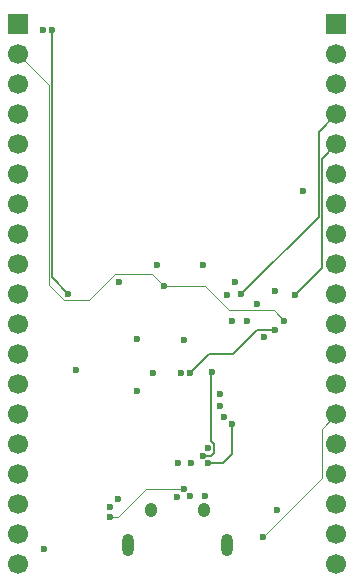
<source format=gbr>
%TF.GenerationSoftware,KiCad,Pcbnew,9.0.5*%
%TF.CreationDate,2025-10-26T01:34:21+08:00*%
%TF.ProjectId,KiCAD_Proj (ESP32),4b694341-445f-4507-926f-6a2028455350,rev?*%
%TF.SameCoordinates,Original*%
%TF.FileFunction,Copper,L2,Inr*%
%TF.FilePolarity,Positive*%
%FSLAX46Y46*%
G04 Gerber Fmt 4.6, Leading zero omitted, Abs format (unit mm)*
G04 Created by KiCad (PCBNEW 9.0.5) date 2025-10-26 01:34:21*
%MOMM*%
%LPD*%
G01*
G04 APERTURE LIST*
%TA.AperFunction,ComponentPad*%
%ADD10R,1.700000X1.700000*%
%TD*%
%TA.AperFunction,ComponentPad*%
%ADD11C,1.700000*%
%TD*%
%TA.AperFunction,HeatsinkPad*%
%ADD12O,1.000000X1.900000*%
%TD*%
%TA.AperFunction,HeatsinkPad*%
%ADD13O,1.050000X1.250000*%
%TD*%
%TA.AperFunction,ViaPad*%
%ADD14C,0.600000*%
%TD*%
%TA.AperFunction,Conductor*%
%ADD15C,0.100000*%
%TD*%
%TA.AperFunction,Conductor*%
%ADD16C,0.200000*%
%TD*%
%TA.AperFunction,Conductor*%
%ADD17C,0.150000*%
%TD*%
G04 APERTURE END LIST*
D10*
%TO.N,/VDD33*%
%TO.C,J2*%
X133837000Y-74930000D03*
D11*
%TO.N,/EN*%
X133837000Y-77470000D03*
%TO.N,/SENSOR_VP*%
X133837000Y-80010000D03*
%TO.N,/SENSOR_VN*%
X133837000Y-82550000D03*
%TO.N,/IO34*%
X133837000Y-85090000D03*
%TO.N,/IO35*%
X133837000Y-87630000D03*
%TO.N,/IO32*%
X133837000Y-90170000D03*
%TO.N,/IO33*%
X133837000Y-92710000D03*
%TO.N,/IO25*%
X133837000Y-95250000D03*
%TO.N,/IO26*%
X133837000Y-97790000D03*
%TO.N,/IO27*%
X133837000Y-100330000D03*
%TO.N,/IO14*%
X133837000Y-102870000D03*
%TO.N,/IO12*%
X133837000Y-105410000D03*
%TO.N,GND*%
X133837000Y-107950000D03*
%TO.N,/IO13*%
X133837000Y-110490000D03*
%TO.N,/SD2*%
X133837000Y-113030000D03*
%TO.N,/SD3*%
X133837000Y-115570000D03*
%TO.N,/CMD*%
X133837000Y-118110000D03*
%TO.N,/EXT_5V*%
X133837000Y-120650000D03*
%TD*%
D10*
%TO.N,GND*%
%TO.C,J3*%
X160761000Y-74930000D03*
D11*
%TO.N,/IO23*%
X160761000Y-77470000D03*
%TO.N,/IO22*%
X160761000Y-80010000D03*
%TO.N,/TXD0*%
X160761000Y-82550000D03*
%TO.N,/RXD0*%
X160761000Y-85090000D03*
%TO.N,/IO21*%
X160761000Y-87630000D03*
%TO.N,GND*%
X160761000Y-90170000D03*
%TO.N,/IO19*%
X160761000Y-92710000D03*
%TO.N,/IO18*%
X160761000Y-95250000D03*
%TO.N,/IO5*%
X160761000Y-97790000D03*
%TO.N,/IO17*%
X160761000Y-100330000D03*
%TO.N,/IO16*%
X160761000Y-102870000D03*
%TO.N,/IO4*%
X160761000Y-105410000D03*
%TO.N,/IO0*%
X160761000Y-107950000D03*
%TO.N,/IO2*%
X160761000Y-110490000D03*
%TO.N,/IO15*%
X160761000Y-113030000D03*
%TO.N,/SD1*%
X160761000Y-115570000D03*
%TO.N,/SD0*%
X160761000Y-118110000D03*
%TO.N,/CLK*%
X160761000Y-120650000D03*
%TD*%
D12*
%TO.N,GND*%
%TO.C,J1*%
X143124000Y-119078000D03*
D13*
X145074000Y-116078000D03*
X149524000Y-116078000D03*
D12*
X151474000Y-119078000D03*
%TD*%
D14*
%TO.N,/EXT_5V*%
X154618000Y-101405000D03*
X147845000Y-101710000D03*
X136017000Y-119380000D03*
%TO.N,GND*%
X153162000Y-100076000D03*
X149479000Y-95377000D03*
X138684000Y-104267000D03*
X151265000Y-108212000D03*
%TO.N,/EN*%
X147828000Y-114300000D03*
X141605000Y-116713000D03*
X146177000Y-97155000D03*
X156337000Y-100076000D03*
%TO.N,/IO0*%
X154559000Y-118364000D03*
%TO.N,/VDD33*%
X154051000Y-98679000D03*
X143891000Y-101600000D03*
X150876000Y-106299000D03*
X149860000Y-110871000D03*
X135890000Y-75438000D03*
X142367000Y-96774000D03*
%TO.N,/VBUS*%
X149606000Y-114935000D03*
X145224500Y-104457500D03*
X143891000Y-106045000D03*
X155575000Y-97536000D03*
%TO.N,/USB_DN*%
X152146000Y-96774000D03*
X150876000Y-107315000D03*
X148336000Y-114935000D03*
%TO.N,/USB_DP*%
X151892000Y-108839000D03*
X149860000Y-112141000D03*
X147299000Y-114956000D03*
X145542000Y-95377000D03*
%TO.N,/TXD0*%
X152692000Y-97828000D03*
%TO.N,/RXD0*%
X157289500Y-97853500D03*
%TO.N,/IO4*%
X157935000Y-89101000D03*
%TO.N,/RTS*%
X142240000Y-115189000D03*
%TO.N,/DTR*%
X141605000Y-115824000D03*
X155702000Y-116078000D03*
%TO.N,/RXD*%
X147574000Y-104521000D03*
%TO.N,/TXD*%
X148336000Y-104521000D03*
X155575000Y-100838000D03*
%TO.N,Net-(U1-~{SUSPENDB})*%
X151892000Y-100076000D03*
X147320000Y-112141000D03*
%TO.N,Net-(U1-~{RST})*%
X148463000Y-112141000D03*
X151511000Y-97917000D03*
%TO.N,Net-(U1-VBUS)*%
X150241000Y-104394000D03*
X149479000Y-111506000D03*
%TO.N,Net-(U3-3V3)*%
X138049000Y-97790000D03*
X136652000Y-75438000D03*
%TD*%
D15*
%TO.N,/EN*%
X136426000Y-97056000D02*
X137668000Y-98298000D01*
X144653000Y-114300000D02*
X147828000Y-114300000D01*
X155448000Y-99187000D02*
X156337000Y-100076000D01*
X139827000Y-98298000D02*
X141986000Y-96139000D01*
X146177000Y-97155000D02*
X149606000Y-97155000D01*
X151638000Y-99187000D02*
X155448000Y-99187000D01*
X133837000Y-77470000D02*
X136426000Y-80059000D01*
X142240000Y-116713000D02*
X144653000Y-114300000D01*
X141986000Y-96139000D02*
X145161000Y-96139000D01*
X145161000Y-96139000D02*
X146177000Y-97155000D01*
X136426000Y-80059000D02*
X136426000Y-97056000D01*
X149606000Y-97155000D02*
X151638000Y-99187000D01*
X141605000Y-116713000D02*
X142240000Y-116713000D01*
X137668000Y-98298000D02*
X139827000Y-98298000D01*
%TO.N,/IO0*%
X159512000Y-109199000D02*
X159512000Y-113411000D01*
X160761000Y-107950000D02*
X159512000Y-109199000D01*
X159512000Y-113411000D02*
X154559000Y-118364000D01*
D16*
%TO.N,/USB_DP*%
X151892000Y-111379000D02*
X151892000Y-108839000D01*
X151130000Y-112141000D02*
X151892000Y-111379000D01*
X149860000Y-112141000D02*
X151130000Y-112141000D01*
D17*
%TO.N,/TXD0*%
X159261000Y-91259000D02*
X152692000Y-97828000D01*
X160761000Y-82550000D02*
X159261000Y-84050000D01*
X159261000Y-84050000D02*
X159261000Y-91259000D01*
%TO.N,/RXD0*%
X159512000Y-95631000D02*
X159512000Y-86339000D01*
X159512000Y-86339000D02*
X160761000Y-85090000D01*
X157289500Y-97853500D02*
X159512000Y-95631000D01*
%TO.N,/TXD*%
X148336000Y-104521000D02*
X149987000Y-102870000D01*
X149987000Y-102870000D02*
X152019000Y-102870000D01*
X154051000Y-100838000D02*
X155575000Y-100838000D01*
X152019000Y-102870000D02*
X154051000Y-100838000D01*
%TO.N,Net-(U1-VBUS)*%
X150368000Y-111252000D02*
X150114000Y-111506000D01*
X150241000Y-104394000D02*
X150114000Y-104521000D01*
X150114000Y-110236000D02*
X150368000Y-110490000D01*
X150114000Y-111506000D02*
X149479000Y-111506000D01*
X150368000Y-110490000D02*
X150368000Y-111252000D01*
X150114000Y-104521000D02*
X150114000Y-110236000D01*
%TO.N,Net-(U3-3V3)*%
X136652000Y-75438000D02*
X136652000Y-96393000D01*
X136652000Y-96393000D02*
X138049000Y-97790000D01*
%TD*%
M02*

</source>
